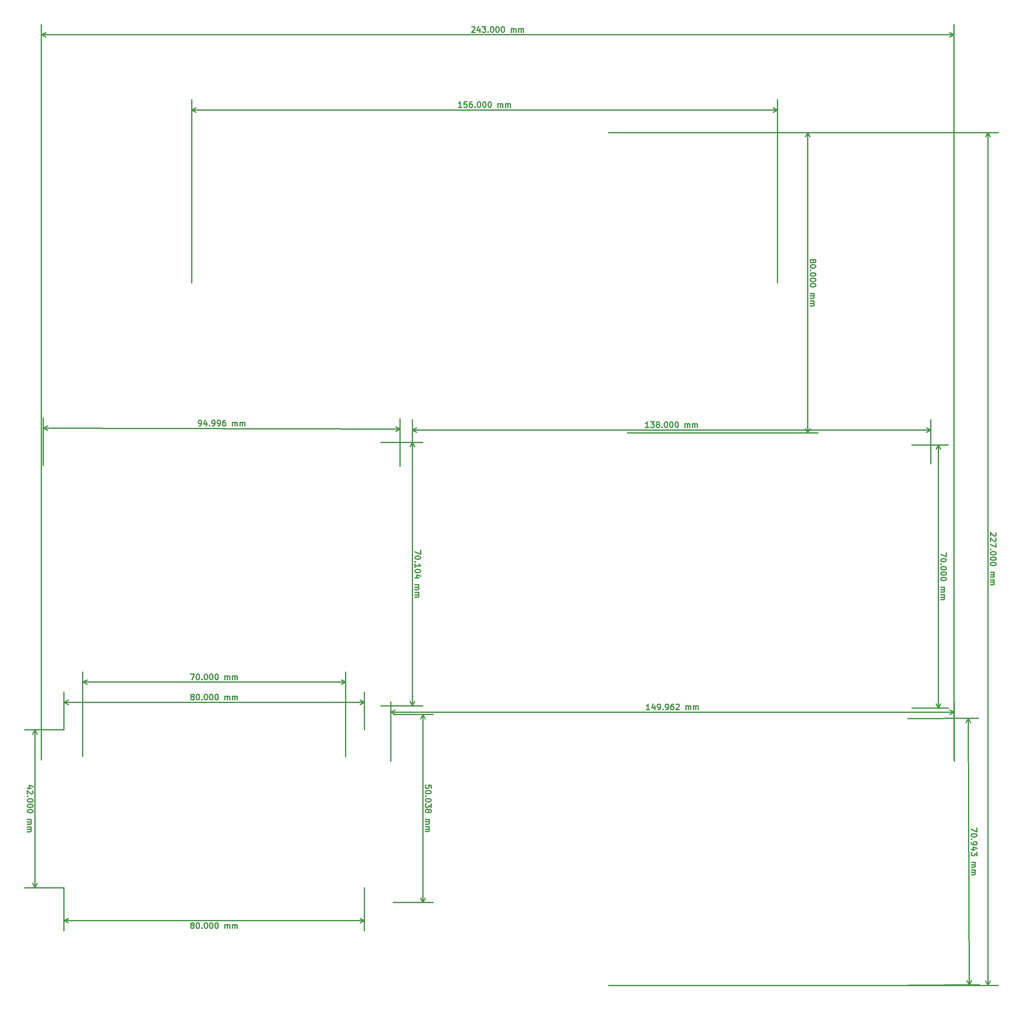
<source format=gbr>
G04 #@! TF.FileFunction,Drawing*
%FSLAX46Y46*%
G04 Gerber Fmt 4.6, Leading zero omitted, Abs format (unit mm)*
G04 Created by KiCad (PCBNEW 4.0.6) date 2017 August 14, Monday 14:56:33*
%MOMM*%
%LPD*%
G01*
G04 APERTURE LIST*
%ADD10C,0.100000*%
%ADD11C,0.300000*%
G04 APERTURE END LIST*
D10*
D11*
X128571430Y96028571D02*
X128642859Y96100000D01*
X128785716Y96171429D01*
X129142859Y96171429D01*
X129285716Y96100000D01*
X129357145Y96028571D01*
X129428573Y95885714D01*
X129428573Y95742857D01*
X129357145Y95528571D01*
X128500002Y94671429D01*
X129428573Y94671429D01*
X130714287Y95671429D02*
X130714287Y94671429D01*
X130357144Y96242857D02*
X130000001Y95171429D01*
X130928573Y95171429D01*
X131357144Y96171429D02*
X132285715Y96171429D01*
X131785715Y95600000D01*
X132000001Y95600000D01*
X132142858Y95528571D01*
X132214287Y95457143D01*
X132285715Y95314286D01*
X132285715Y94957143D01*
X132214287Y94814286D01*
X132142858Y94742857D01*
X132000001Y94671429D01*
X131571429Y94671429D01*
X131428572Y94742857D01*
X131357144Y94814286D01*
X132928572Y94814286D02*
X133000000Y94742857D01*
X132928572Y94671429D01*
X132857143Y94742857D01*
X132928572Y94814286D01*
X132928572Y94671429D01*
X133928572Y96171429D02*
X134071429Y96171429D01*
X134214286Y96100000D01*
X134285715Y96028571D01*
X134357144Y95885714D01*
X134428572Y95600000D01*
X134428572Y95242857D01*
X134357144Y94957143D01*
X134285715Y94814286D01*
X134214286Y94742857D01*
X134071429Y94671429D01*
X133928572Y94671429D01*
X133785715Y94742857D01*
X133714286Y94814286D01*
X133642858Y94957143D01*
X133571429Y95242857D01*
X133571429Y95600000D01*
X133642858Y95885714D01*
X133714286Y96028571D01*
X133785715Y96100000D01*
X133928572Y96171429D01*
X135357143Y96171429D02*
X135500000Y96171429D01*
X135642857Y96100000D01*
X135714286Y96028571D01*
X135785715Y95885714D01*
X135857143Y95600000D01*
X135857143Y95242857D01*
X135785715Y94957143D01*
X135714286Y94814286D01*
X135642857Y94742857D01*
X135500000Y94671429D01*
X135357143Y94671429D01*
X135214286Y94742857D01*
X135142857Y94814286D01*
X135071429Y94957143D01*
X135000000Y95242857D01*
X135000000Y95600000D01*
X135071429Y95885714D01*
X135142857Y96028571D01*
X135214286Y96100000D01*
X135357143Y96171429D01*
X136785714Y96171429D02*
X136928571Y96171429D01*
X137071428Y96100000D01*
X137142857Y96028571D01*
X137214286Y95885714D01*
X137285714Y95600000D01*
X137285714Y95242857D01*
X137214286Y94957143D01*
X137142857Y94814286D01*
X137071428Y94742857D01*
X136928571Y94671429D01*
X136785714Y94671429D01*
X136642857Y94742857D01*
X136571428Y94814286D01*
X136500000Y94957143D01*
X136428571Y95242857D01*
X136428571Y95600000D01*
X136500000Y95885714D01*
X136571428Y96028571D01*
X136642857Y96100000D01*
X136785714Y96171429D01*
X139071428Y94671429D02*
X139071428Y95671429D01*
X139071428Y95528571D02*
X139142856Y95600000D01*
X139285714Y95671429D01*
X139499999Y95671429D01*
X139642856Y95600000D01*
X139714285Y95457143D01*
X139714285Y94671429D01*
X139714285Y95457143D02*
X139785714Y95600000D01*
X139928571Y95671429D01*
X140142856Y95671429D01*
X140285714Y95600000D01*
X140357142Y95457143D01*
X140357142Y94671429D01*
X141071428Y94671429D02*
X141071428Y95671429D01*
X141071428Y95528571D02*
X141142856Y95600000D01*
X141285714Y95671429D01*
X141499999Y95671429D01*
X141642856Y95600000D01*
X141714285Y95457143D01*
X141714285Y94671429D01*
X141714285Y95457143D02*
X141785714Y95600000D01*
X141928571Y95671429D01*
X142142856Y95671429D01*
X142285714Y95600000D01*
X142357142Y95457143D01*
X142357142Y94671429D01*
X257000000Y94000000D02*
X14000000Y94000000D01*
X257000000Y-99000000D02*
X257000000Y96700000D01*
X14000000Y-99000000D02*
X14000000Y96700000D01*
X14000000Y94000000D02*
X15126504Y94586421D01*
X14000000Y94000000D02*
X15126504Y93413579D01*
X257000000Y94000000D02*
X255873496Y94586421D01*
X257000000Y94000000D02*
X255873496Y93413579D01*
X268028571Y-38571430D02*
X268100000Y-38642859D01*
X268171429Y-38785716D01*
X268171429Y-39142859D01*
X268100000Y-39285716D01*
X268028571Y-39357145D01*
X267885714Y-39428573D01*
X267742857Y-39428573D01*
X267528571Y-39357145D01*
X266671429Y-38500002D01*
X266671429Y-39428573D01*
X268028571Y-40000001D02*
X268100000Y-40071430D01*
X268171429Y-40214287D01*
X268171429Y-40571430D01*
X268100000Y-40714287D01*
X268028571Y-40785716D01*
X267885714Y-40857144D01*
X267742857Y-40857144D01*
X267528571Y-40785716D01*
X266671429Y-39928573D01*
X266671429Y-40857144D01*
X268171429Y-41357144D02*
X268171429Y-42357144D01*
X266671429Y-41714287D01*
X266814286Y-42928572D02*
X266742857Y-43000000D01*
X266671429Y-42928572D01*
X266742857Y-42857143D01*
X266814286Y-42928572D01*
X266671429Y-42928572D01*
X268171429Y-43928572D02*
X268171429Y-44071429D01*
X268100000Y-44214286D01*
X268028571Y-44285715D01*
X267885714Y-44357144D01*
X267600000Y-44428572D01*
X267242857Y-44428572D01*
X266957143Y-44357144D01*
X266814286Y-44285715D01*
X266742857Y-44214286D01*
X266671429Y-44071429D01*
X266671429Y-43928572D01*
X266742857Y-43785715D01*
X266814286Y-43714286D01*
X266957143Y-43642858D01*
X267242857Y-43571429D01*
X267600000Y-43571429D01*
X267885714Y-43642858D01*
X268028571Y-43714286D01*
X268100000Y-43785715D01*
X268171429Y-43928572D01*
X268171429Y-45357143D02*
X268171429Y-45500000D01*
X268100000Y-45642857D01*
X268028571Y-45714286D01*
X267885714Y-45785715D01*
X267600000Y-45857143D01*
X267242857Y-45857143D01*
X266957143Y-45785715D01*
X266814286Y-45714286D01*
X266742857Y-45642857D01*
X266671429Y-45500000D01*
X266671429Y-45357143D01*
X266742857Y-45214286D01*
X266814286Y-45142857D01*
X266957143Y-45071429D01*
X267242857Y-45000000D01*
X267600000Y-45000000D01*
X267885714Y-45071429D01*
X268028571Y-45142857D01*
X268100000Y-45214286D01*
X268171429Y-45357143D01*
X268171429Y-46785714D02*
X268171429Y-46928571D01*
X268100000Y-47071428D01*
X268028571Y-47142857D01*
X267885714Y-47214286D01*
X267600000Y-47285714D01*
X267242857Y-47285714D01*
X266957143Y-47214286D01*
X266814286Y-47142857D01*
X266742857Y-47071428D01*
X266671429Y-46928571D01*
X266671429Y-46785714D01*
X266742857Y-46642857D01*
X266814286Y-46571428D01*
X266957143Y-46500000D01*
X267242857Y-46428571D01*
X267600000Y-46428571D01*
X267885714Y-46500000D01*
X268028571Y-46571428D01*
X268100000Y-46642857D01*
X268171429Y-46785714D01*
X266671429Y-49071428D02*
X267671429Y-49071428D01*
X267528571Y-49071428D02*
X267600000Y-49142856D01*
X267671429Y-49285714D01*
X267671429Y-49499999D01*
X267600000Y-49642856D01*
X267457143Y-49714285D01*
X266671429Y-49714285D01*
X267457143Y-49714285D02*
X267600000Y-49785714D01*
X267671429Y-49928571D01*
X267671429Y-50142856D01*
X267600000Y-50285714D01*
X267457143Y-50357142D01*
X266671429Y-50357142D01*
X266671429Y-51071428D02*
X267671429Y-51071428D01*
X267528571Y-51071428D02*
X267600000Y-51142856D01*
X267671429Y-51285714D01*
X267671429Y-51499999D01*
X267600000Y-51642856D01*
X267457143Y-51714285D01*
X266671429Y-51714285D01*
X267457143Y-51714285D02*
X267600000Y-51785714D01*
X267671429Y-51928571D01*
X267671429Y-52142856D01*
X267600000Y-52285714D01*
X267457143Y-52357142D01*
X266671429Y-52357142D01*
X266000000Y68000000D02*
X266000000Y-159000000D01*
X165000000Y68000000D02*
X268700000Y68000000D01*
X165000000Y-159000000D02*
X268700000Y-159000000D01*
X266000000Y-159000000D02*
X265413579Y-157873496D01*
X266000000Y-159000000D02*
X266586421Y-157873496D01*
X266000000Y68000000D02*
X265413579Y66873496D01*
X266000000Y68000000D02*
X266586421Y66873496D01*
X114947429Y-43244287D02*
X114947429Y-44244287D01*
X113447429Y-43601430D01*
X114947429Y-45101429D02*
X114947429Y-45244286D01*
X114876000Y-45387143D01*
X114804571Y-45458572D01*
X114661714Y-45530001D01*
X114376000Y-45601429D01*
X114018857Y-45601429D01*
X113733143Y-45530001D01*
X113590286Y-45458572D01*
X113518857Y-45387143D01*
X113447429Y-45244286D01*
X113447429Y-45101429D01*
X113518857Y-44958572D01*
X113590286Y-44887143D01*
X113733143Y-44815715D01*
X114018857Y-44744286D01*
X114376000Y-44744286D01*
X114661714Y-44815715D01*
X114804571Y-44887143D01*
X114876000Y-44958572D01*
X114947429Y-45101429D01*
X113590286Y-46244286D02*
X113518857Y-46315714D01*
X113447429Y-46244286D01*
X113518857Y-46172857D01*
X113590286Y-46244286D01*
X113447429Y-46244286D01*
X113447429Y-47744286D02*
X113447429Y-46887143D01*
X113447429Y-47315715D02*
X114947429Y-47315715D01*
X114733143Y-47172858D01*
X114590286Y-47030000D01*
X114518857Y-46887143D01*
X114947429Y-48672857D02*
X114947429Y-48815714D01*
X114876000Y-48958571D01*
X114804571Y-49030000D01*
X114661714Y-49101429D01*
X114376000Y-49172857D01*
X114018857Y-49172857D01*
X113733143Y-49101429D01*
X113590286Y-49030000D01*
X113518857Y-48958571D01*
X113447429Y-48815714D01*
X113447429Y-48672857D01*
X113518857Y-48530000D01*
X113590286Y-48458571D01*
X113733143Y-48387143D01*
X114018857Y-48315714D01*
X114376000Y-48315714D01*
X114661714Y-48387143D01*
X114804571Y-48458571D01*
X114876000Y-48530000D01*
X114947429Y-48672857D01*
X114447429Y-50458571D02*
X113447429Y-50458571D01*
X115018857Y-50101428D02*
X113947429Y-49744285D01*
X113947429Y-50672857D01*
X113447429Y-52387142D02*
X114447429Y-52387142D01*
X114304571Y-52387142D02*
X114376000Y-52458570D01*
X114447429Y-52601428D01*
X114447429Y-52815713D01*
X114376000Y-52958570D01*
X114233143Y-53029999D01*
X113447429Y-53029999D01*
X114233143Y-53029999D02*
X114376000Y-53101428D01*
X114447429Y-53244285D01*
X114447429Y-53458570D01*
X114376000Y-53601428D01*
X114233143Y-53672856D01*
X113447429Y-53672856D01*
X113447429Y-54387142D02*
X114447429Y-54387142D01*
X114304571Y-54387142D02*
X114376000Y-54458570D01*
X114447429Y-54601428D01*
X114447429Y-54815713D01*
X114376000Y-54958570D01*
X114233143Y-55029999D01*
X113447429Y-55029999D01*
X114233143Y-55029999D02*
X114376000Y-55101428D01*
X114447429Y-55244285D01*
X114447429Y-55458570D01*
X114376000Y-55601428D01*
X114233143Y-55672856D01*
X113447429Y-55672856D01*
X112776000Y-14478000D02*
X112776000Y-84582000D01*
X104394000Y-14478000D02*
X115476000Y-14478000D01*
X104394000Y-84582000D02*
X115476000Y-84582000D01*
X112776000Y-84582000D02*
X112189579Y-83455496D01*
X112776000Y-84582000D02*
X113362421Y-83455496D01*
X112776000Y-14478000D02*
X112189579Y-15604504D01*
X112776000Y-14478000D02*
X113362421Y-15604504D01*
X55932878Y-10106053D02*
X56218592Y-10106817D01*
X56361640Y-10035771D01*
X56433259Y-9964533D01*
X56576689Y-9750631D01*
X56648881Y-9465108D01*
X56650409Y-8893682D01*
X56579363Y-8750635D01*
X56508125Y-8679015D01*
X56365459Y-8607204D01*
X56079747Y-8606440D01*
X55936698Y-8677487D01*
X55865079Y-8748725D01*
X55793269Y-8891390D01*
X55792314Y-9248532D01*
X55863360Y-9391579D01*
X55934597Y-9463198D01*
X56077264Y-9535009D01*
X56362977Y-9535773D01*
X56506024Y-9464726D01*
X56577644Y-9393489D01*
X56649454Y-9250824D01*
X57935545Y-9111404D02*
X57932871Y-10111400D01*
X57579931Y-8539023D02*
X57219925Y-9609492D01*
X58148493Y-9611975D01*
X58718964Y-9970645D02*
X58790201Y-10042265D01*
X58718582Y-10113501D01*
X58647345Y-10041883D01*
X58718964Y-9970645D01*
X58718582Y-10113501D01*
X59504294Y-10115602D02*
X59790008Y-10116366D01*
X59933055Y-10045320D01*
X60004674Y-9974083D01*
X60148104Y-9760180D01*
X60220296Y-9474657D01*
X60221824Y-8903231D01*
X60150778Y-8760184D01*
X60079540Y-8688564D01*
X59936875Y-8616753D01*
X59651162Y-8615989D01*
X59508113Y-8687036D01*
X59436495Y-8758274D01*
X59364684Y-8900939D01*
X59363729Y-9258081D01*
X59434776Y-9401129D01*
X59506012Y-9472747D01*
X59648679Y-9544558D01*
X59934392Y-9545322D01*
X60077439Y-9474275D01*
X60149059Y-9403039D01*
X60220869Y-9260373D01*
X60932859Y-10119422D02*
X61218573Y-10120186D01*
X61361621Y-10049140D01*
X61433240Y-9977902D01*
X61576670Y-9764000D01*
X61648862Y-9478477D01*
X61650390Y-8907051D01*
X61579344Y-8764004D01*
X61508106Y-8692384D01*
X61365441Y-8620573D01*
X61079728Y-8619809D01*
X60936679Y-8690856D01*
X60865060Y-8762094D01*
X60793250Y-8904759D01*
X60792295Y-9261901D01*
X60863342Y-9404948D01*
X60934578Y-9476567D01*
X61077245Y-9548378D01*
X61362958Y-9549142D01*
X61506005Y-9478095D01*
X61577625Y-9406858D01*
X61649435Y-9264193D01*
X62936863Y-8624775D02*
X62651150Y-8624011D01*
X62508103Y-8695058D01*
X62436483Y-8766295D01*
X62293053Y-8980198D01*
X62220861Y-9265721D01*
X62219333Y-9837147D01*
X62290380Y-9980194D01*
X62361616Y-10051814D01*
X62504283Y-10123623D01*
X62789996Y-10124387D01*
X62933043Y-10053342D01*
X63004663Y-9982104D01*
X63076473Y-9839438D01*
X63077428Y-9482297D01*
X63006382Y-9339249D01*
X62935144Y-9267630D01*
X62792479Y-9195820D01*
X62506766Y-9195056D01*
X62363717Y-9266103D01*
X62292098Y-9337339D01*
X62220288Y-9480005D01*
X64861416Y-10129926D02*
X64864090Y-9129930D01*
X64863708Y-9272787D02*
X64935327Y-9201549D01*
X65078375Y-9130502D01*
X65292660Y-9131075D01*
X65435325Y-9202886D01*
X65506372Y-9345934D01*
X65504271Y-10131645D01*
X65506372Y-9345934D02*
X65578183Y-9203268D01*
X65721230Y-9132221D01*
X65935514Y-9132794D01*
X66078181Y-9204605D01*
X66149227Y-9347652D01*
X66147126Y-10133364D01*
X66861409Y-10135274D02*
X66864083Y-9135277D01*
X66863701Y-9278135D02*
X66935320Y-9206897D01*
X67078368Y-9135850D01*
X67292653Y-9136423D01*
X67435318Y-9208234D01*
X67506365Y-9351281D01*
X67504264Y-10136992D01*
X67506365Y-9351281D02*
X67578176Y-9208616D01*
X67721223Y-9137569D01*
X67935507Y-9138142D01*
X68078174Y-9209953D01*
X68149220Y-9353000D01*
X68147119Y-10138711D01*
X109500490Y-10920713D02*
X14504490Y-10666713D01*
X109474000Y-20828000D02*
X109507709Y-8220723D01*
X14478000Y-20574000D02*
X14511709Y-7966723D01*
X14504490Y-10666713D02*
X15632558Y-10083306D01*
X14504490Y-10666713D02*
X15629422Y-11256144D01*
X109500490Y-10920713D02*
X108375558Y-10331282D01*
X109500490Y-10920713D02*
X108372422Y-11504120D01*
X175709573Y-10524571D02*
X174852430Y-10524571D01*
X175281002Y-10524571D02*
X175281002Y-9024571D01*
X175138145Y-9238857D01*
X174995287Y-9381714D01*
X174852430Y-9453143D01*
X176209573Y-9024571D02*
X177138144Y-9024571D01*
X176638144Y-9596000D01*
X176852430Y-9596000D01*
X176995287Y-9667429D01*
X177066716Y-9738857D01*
X177138144Y-9881714D01*
X177138144Y-10238857D01*
X177066716Y-10381714D01*
X176995287Y-10453143D01*
X176852430Y-10524571D01*
X176423858Y-10524571D01*
X176281001Y-10453143D01*
X176209573Y-10381714D01*
X177995287Y-9667429D02*
X177852429Y-9596000D01*
X177781001Y-9524571D01*
X177709572Y-9381714D01*
X177709572Y-9310286D01*
X177781001Y-9167429D01*
X177852429Y-9096000D01*
X177995287Y-9024571D01*
X178281001Y-9024571D01*
X178423858Y-9096000D01*
X178495287Y-9167429D01*
X178566715Y-9310286D01*
X178566715Y-9381714D01*
X178495287Y-9524571D01*
X178423858Y-9596000D01*
X178281001Y-9667429D01*
X177995287Y-9667429D01*
X177852429Y-9738857D01*
X177781001Y-9810286D01*
X177709572Y-9953143D01*
X177709572Y-10238857D01*
X177781001Y-10381714D01*
X177852429Y-10453143D01*
X177995287Y-10524571D01*
X178281001Y-10524571D01*
X178423858Y-10453143D01*
X178495287Y-10381714D01*
X178566715Y-10238857D01*
X178566715Y-9953143D01*
X178495287Y-9810286D01*
X178423858Y-9738857D01*
X178281001Y-9667429D01*
X179209572Y-10381714D02*
X179281000Y-10453143D01*
X179209572Y-10524571D01*
X179138143Y-10453143D01*
X179209572Y-10381714D01*
X179209572Y-10524571D01*
X180209572Y-9024571D02*
X180352429Y-9024571D01*
X180495286Y-9096000D01*
X180566715Y-9167429D01*
X180638144Y-9310286D01*
X180709572Y-9596000D01*
X180709572Y-9953143D01*
X180638144Y-10238857D01*
X180566715Y-10381714D01*
X180495286Y-10453143D01*
X180352429Y-10524571D01*
X180209572Y-10524571D01*
X180066715Y-10453143D01*
X179995286Y-10381714D01*
X179923858Y-10238857D01*
X179852429Y-9953143D01*
X179852429Y-9596000D01*
X179923858Y-9310286D01*
X179995286Y-9167429D01*
X180066715Y-9096000D01*
X180209572Y-9024571D01*
X181638143Y-9024571D02*
X181781000Y-9024571D01*
X181923857Y-9096000D01*
X181995286Y-9167429D01*
X182066715Y-9310286D01*
X182138143Y-9596000D01*
X182138143Y-9953143D01*
X182066715Y-10238857D01*
X181995286Y-10381714D01*
X181923857Y-10453143D01*
X181781000Y-10524571D01*
X181638143Y-10524571D01*
X181495286Y-10453143D01*
X181423857Y-10381714D01*
X181352429Y-10238857D01*
X181281000Y-9953143D01*
X181281000Y-9596000D01*
X181352429Y-9310286D01*
X181423857Y-9167429D01*
X181495286Y-9096000D01*
X181638143Y-9024571D01*
X183066714Y-9024571D02*
X183209571Y-9024571D01*
X183352428Y-9096000D01*
X183423857Y-9167429D01*
X183495286Y-9310286D01*
X183566714Y-9596000D01*
X183566714Y-9953143D01*
X183495286Y-10238857D01*
X183423857Y-10381714D01*
X183352428Y-10453143D01*
X183209571Y-10524571D01*
X183066714Y-10524571D01*
X182923857Y-10453143D01*
X182852428Y-10381714D01*
X182781000Y-10238857D01*
X182709571Y-9953143D01*
X182709571Y-9596000D01*
X182781000Y-9310286D01*
X182852428Y-9167429D01*
X182923857Y-9096000D01*
X183066714Y-9024571D01*
X185352428Y-10524571D02*
X185352428Y-9524571D01*
X185352428Y-9667429D02*
X185423856Y-9596000D01*
X185566714Y-9524571D01*
X185780999Y-9524571D01*
X185923856Y-9596000D01*
X185995285Y-9738857D01*
X185995285Y-10524571D01*
X185995285Y-9738857D02*
X186066714Y-9596000D01*
X186209571Y-9524571D01*
X186423856Y-9524571D01*
X186566714Y-9596000D01*
X186638142Y-9738857D01*
X186638142Y-10524571D01*
X187352428Y-10524571D02*
X187352428Y-9524571D01*
X187352428Y-9667429D02*
X187423856Y-9596000D01*
X187566714Y-9524571D01*
X187780999Y-9524571D01*
X187923856Y-9596000D01*
X187995285Y-9738857D01*
X187995285Y-10524571D01*
X187995285Y-9738857D02*
X188066714Y-9596000D01*
X188209571Y-9524571D01*
X188423856Y-9524571D01*
X188566714Y-9596000D01*
X188638142Y-9738857D01*
X188638142Y-10524571D01*
X250781000Y-11196000D02*
X112781000Y-11196000D01*
X250781000Y-20196000D02*
X250781000Y-8496000D01*
X112781000Y-20196000D02*
X112781000Y-8496000D01*
X112781000Y-11196000D02*
X113907504Y-10609579D01*
X112781000Y-11196000D02*
X113907504Y-11782421D01*
X250781000Y-11196000D02*
X249654496Y-10609579D01*
X250781000Y-11196000D02*
X249654496Y-11782421D01*
X254952429Y-43910287D02*
X254952429Y-44910287D01*
X253452429Y-44267430D01*
X254952429Y-45767429D02*
X254952429Y-45910286D01*
X254881000Y-46053143D01*
X254809571Y-46124572D01*
X254666714Y-46196001D01*
X254381000Y-46267429D01*
X254023857Y-46267429D01*
X253738143Y-46196001D01*
X253595286Y-46124572D01*
X253523857Y-46053143D01*
X253452429Y-45910286D01*
X253452429Y-45767429D01*
X253523857Y-45624572D01*
X253595286Y-45553143D01*
X253738143Y-45481715D01*
X254023857Y-45410286D01*
X254381000Y-45410286D01*
X254666714Y-45481715D01*
X254809571Y-45553143D01*
X254881000Y-45624572D01*
X254952429Y-45767429D01*
X253595286Y-46910286D02*
X253523857Y-46981714D01*
X253452429Y-46910286D01*
X253523857Y-46838857D01*
X253595286Y-46910286D01*
X253452429Y-46910286D01*
X254952429Y-47910286D02*
X254952429Y-48053143D01*
X254881000Y-48196000D01*
X254809571Y-48267429D01*
X254666714Y-48338858D01*
X254381000Y-48410286D01*
X254023857Y-48410286D01*
X253738143Y-48338858D01*
X253595286Y-48267429D01*
X253523857Y-48196000D01*
X253452429Y-48053143D01*
X253452429Y-47910286D01*
X253523857Y-47767429D01*
X253595286Y-47696000D01*
X253738143Y-47624572D01*
X254023857Y-47553143D01*
X254381000Y-47553143D01*
X254666714Y-47624572D01*
X254809571Y-47696000D01*
X254881000Y-47767429D01*
X254952429Y-47910286D01*
X254952429Y-49338857D02*
X254952429Y-49481714D01*
X254881000Y-49624571D01*
X254809571Y-49696000D01*
X254666714Y-49767429D01*
X254381000Y-49838857D01*
X254023857Y-49838857D01*
X253738143Y-49767429D01*
X253595286Y-49696000D01*
X253523857Y-49624571D01*
X253452429Y-49481714D01*
X253452429Y-49338857D01*
X253523857Y-49196000D01*
X253595286Y-49124571D01*
X253738143Y-49053143D01*
X254023857Y-48981714D01*
X254381000Y-48981714D01*
X254666714Y-49053143D01*
X254809571Y-49124571D01*
X254881000Y-49196000D01*
X254952429Y-49338857D01*
X254952429Y-50767428D02*
X254952429Y-50910285D01*
X254881000Y-51053142D01*
X254809571Y-51124571D01*
X254666714Y-51196000D01*
X254381000Y-51267428D01*
X254023857Y-51267428D01*
X253738143Y-51196000D01*
X253595286Y-51124571D01*
X253523857Y-51053142D01*
X253452429Y-50910285D01*
X253452429Y-50767428D01*
X253523857Y-50624571D01*
X253595286Y-50553142D01*
X253738143Y-50481714D01*
X254023857Y-50410285D01*
X254381000Y-50410285D01*
X254666714Y-50481714D01*
X254809571Y-50553142D01*
X254881000Y-50624571D01*
X254952429Y-50767428D01*
X253452429Y-53053142D02*
X254452429Y-53053142D01*
X254309571Y-53053142D02*
X254381000Y-53124570D01*
X254452429Y-53267428D01*
X254452429Y-53481713D01*
X254381000Y-53624570D01*
X254238143Y-53695999D01*
X253452429Y-53695999D01*
X254238143Y-53695999D02*
X254381000Y-53767428D01*
X254452429Y-53910285D01*
X254452429Y-54124570D01*
X254381000Y-54267428D01*
X254238143Y-54338856D01*
X253452429Y-54338856D01*
X253452429Y-55053142D02*
X254452429Y-55053142D01*
X254309571Y-55053142D02*
X254381000Y-55124570D01*
X254452429Y-55267428D01*
X254452429Y-55481713D01*
X254381000Y-55624570D01*
X254238143Y-55695999D01*
X253452429Y-55695999D01*
X254238143Y-55695999D02*
X254381000Y-55767428D01*
X254452429Y-55910285D01*
X254452429Y-56124570D01*
X254381000Y-56267428D01*
X254238143Y-56338856D01*
X253452429Y-56338856D01*
X252781000Y-15196000D02*
X252781000Y-85196000D01*
X245781000Y-15196000D02*
X255481000Y-15196000D01*
X245781000Y-85196000D02*
X255481000Y-85196000D01*
X252781000Y-85196000D02*
X252194579Y-84069496D01*
X252781000Y-85196000D02*
X253367421Y-84069496D01*
X252781000Y-15196000D02*
X252194579Y-16322504D01*
X252781000Y-15196000D02*
X253367421Y-16322504D01*
X53714287Y-76128571D02*
X54714287Y-76128571D01*
X54071430Y-77628571D01*
X55571429Y-76128571D02*
X55714286Y-76128571D01*
X55857143Y-76200000D01*
X55928572Y-76271429D01*
X56000001Y-76414286D01*
X56071429Y-76700000D01*
X56071429Y-77057143D01*
X56000001Y-77342857D01*
X55928572Y-77485714D01*
X55857143Y-77557143D01*
X55714286Y-77628571D01*
X55571429Y-77628571D01*
X55428572Y-77557143D01*
X55357143Y-77485714D01*
X55285715Y-77342857D01*
X55214286Y-77057143D01*
X55214286Y-76700000D01*
X55285715Y-76414286D01*
X55357143Y-76271429D01*
X55428572Y-76200000D01*
X55571429Y-76128571D01*
X56714286Y-77485714D02*
X56785714Y-77557143D01*
X56714286Y-77628571D01*
X56642857Y-77557143D01*
X56714286Y-77485714D01*
X56714286Y-77628571D01*
X57714286Y-76128571D02*
X57857143Y-76128571D01*
X58000000Y-76200000D01*
X58071429Y-76271429D01*
X58142858Y-76414286D01*
X58214286Y-76700000D01*
X58214286Y-77057143D01*
X58142858Y-77342857D01*
X58071429Y-77485714D01*
X58000000Y-77557143D01*
X57857143Y-77628571D01*
X57714286Y-77628571D01*
X57571429Y-77557143D01*
X57500000Y-77485714D01*
X57428572Y-77342857D01*
X57357143Y-77057143D01*
X57357143Y-76700000D01*
X57428572Y-76414286D01*
X57500000Y-76271429D01*
X57571429Y-76200000D01*
X57714286Y-76128571D01*
X59142857Y-76128571D02*
X59285714Y-76128571D01*
X59428571Y-76200000D01*
X59500000Y-76271429D01*
X59571429Y-76414286D01*
X59642857Y-76700000D01*
X59642857Y-77057143D01*
X59571429Y-77342857D01*
X59500000Y-77485714D01*
X59428571Y-77557143D01*
X59285714Y-77628571D01*
X59142857Y-77628571D01*
X59000000Y-77557143D01*
X58928571Y-77485714D01*
X58857143Y-77342857D01*
X58785714Y-77057143D01*
X58785714Y-76700000D01*
X58857143Y-76414286D01*
X58928571Y-76271429D01*
X59000000Y-76200000D01*
X59142857Y-76128571D01*
X60571428Y-76128571D02*
X60714285Y-76128571D01*
X60857142Y-76200000D01*
X60928571Y-76271429D01*
X61000000Y-76414286D01*
X61071428Y-76700000D01*
X61071428Y-77057143D01*
X61000000Y-77342857D01*
X60928571Y-77485714D01*
X60857142Y-77557143D01*
X60714285Y-77628571D01*
X60571428Y-77628571D01*
X60428571Y-77557143D01*
X60357142Y-77485714D01*
X60285714Y-77342857D01*
X60214285Y-77057143D01*
X60214285Y-76700000D01*
X60285714Y-76414286D01*
X60357142Y-76271429D01*
X60428571Y-76200000D01*
X60571428Y-76128571D01*
X62857142Y-77628571D02*
X62857142Y-76628571D01*
X62857142Y-76771429D02*
X62928570Y-76700000D01*
X63071428Y-76628571D01*
X63285713Y-76628571D01*
X63428570Y-76700000D01*
X63499999Y-76842857D01*
X63499999Y-77628571D01*
X63499999Y-76842857D02*
X63571428Y-76700000D01*
X63714285Y-76628571D01*
X63928570Y-76628571D01*
X64071428Y-76700000D01*
X64142856Y-76842857D01*
X64142856Y-77628571D01*
X64857142Y-77628571D02*
X64857142Y-76628571D01*
X64857142Y-76771429D02*
X64928570Y-76700000D01*
X65071428Y-76628571D01*
X65285713Y-76628571D01*
X65428570Y-76700000D01*
X65499999Y-76842857D01*
X65499999Y-77628571D01*
X65499999Y-76842857D02*
X65571428Y-76700000D01*
X65714285Y-76628571D01*
X65928570Y-76628571D01*
X66071428Y-76700000D01*
X66142856Y-76842857D01*
X66142856Y-77628571D01*
X95000000Y-78300000D02*
X25000000Y-78300000D01*
X95000000Y-98100000D02*
X95000000Y-75600000D01*
X25000000Y-98100000D02*
X25000000Y-75600000D01*
X25000000Y-78300000D02*
X26126504Y-77713579D01*
X25000000Y-78300000D02*
X26126504Y-78886421D01*
X95000000Y-78300000D02*
X93873496Y-77713579D01*
X95000000Y-78300000D02*
X93873496Y-78886421D01*
X54071430Y-142971429D02*
X53928572Y-142900000D01*
X53857144Y-142828571D01*
X53785715Y-142685714D01*
X53785715Y-142614286D01*
X53857144Y-142471429D01*
X53928572Y-142400000D01*
X54071430Y-142328571D01*
X54357144Y-142328571D01*
X54500001Y-142400000D01*
X54571430Y-142471429D01*
X54642858Y-142614286D01*
X54642858Y-142685714D01*
X54571430Y-142828571D01*
X54500001Y-142900000D01*
X54357144Y-142971429D01*
X54071430Y-142971429D01*
X53928572Y-143042857D01*
X53857144Y-143114286D01*
X53785715Y-143257143D01*
X53785715Y-143542857D01*
X53857144Y-143685714D01*
X53928572Y-143757143D01*
X54071430Y-143828571D01*
X54357144Y-143828571D01*
X54500001Y-143757143D01*
X54571430Y-143685714D01*
X54642858Y-143542857D01*
X54642858Y-143257143D01*
X54571430Y-143114286D01*
X54500001Y-143042857D01*
X54357144Y-142971429D01*
X55571429Y-142328571D02*
X55714286Y-142328571D01*
X55857143Y-142400000D01*
X55928572Y-142471429D01*
X56000001Y-142614286D01*
X56071429Y-142900000D01*
X56071429Y-143257143D01*
X56000001Y-143542857D01*
X55928572Y-143685714D01*
X55857143Y-143757143D01*
X55714286Y-143828571D01*
X55571429Y-143828571D01*
X55428572Y-143757143D01*
X55357143Y-143685714D01*
X55285715Y-143542857D01*
X55214286Y-143257143D01*
X55214286Y-142900000D01*
X55285715Y-142614286D01*
X55357143Y-142471429D01*
X55428572Y-142400000D01*
X55571429Y-142328571D01*
X56714286Y-143685714D02*
X56785714Y-143757143D01*
X56714286Y-143828571D01*
X56642857Y-143757143D01*
X56714286Y-143685714D01*
X56714286Y-143828571D01*
X57714286Y-142328571D02*
X57857143Y-142328571D01*
X58000000Y-142400000D01*
X58071429Y-142471429D01*
X58142858Y-142614286D01*
X58214286Y-142900000D01*
X58214286Y-143257143D01*
X58142858Y-143542857D01*
X58071429Y-143685714D01*
X58000000Y-143757143D01*
X57857143Y-143828571D01*
X57714286Y-143828571D01*
X57571429Y-143757143D01*
X57500000Y-143685714D01*
X57428572Y-143542857D01*
X57357143Y-143257143D01*
X57357143Y-142900000D01*
X57428572Y-142614286D01*
X57500000Y-142471429D01*
X57571429Y-142400000D01*
X57714286Y-142328571D01*
X59142857Y-142328571D02*
X59285714Y-142328571D01*
X59428571Y-142400000D01*
X59500000Y-142471429D01*
X59571429Y-142614286D01*
X59642857Y-142900000D01*
X59642857Y-143257143D01*
X59571429Y-143542857D01*
X59500000Y-143685714D01*
X59428571Y-143757143D01*
X59285714Y-143828571D01*
X59142857Y-143828571D01*
X59000000Y-143757143D01*
X58928571Y-143685714D01*
X58857143Y-143542857D01*
X58785714Y-143257143D01*
X58785714Y-142900000D01*
X58857143Y-142614286D01*
X58928571Y-142471429D01*
X59000000Y-142400000D01*
X59142857Y-142328571D01*
X60571428Y-142328571D02*
X60714285Y-142328571D01*
X60857142Y-142400000D01*
X60928571Y-142471429D01*
X61000000Y-142614286D01*
X61071428Y-142900000D01*
X61071428Y-143257143D01*
X61000000Y-143542857D01*
X60928571Y-143685714D01*
X60857142Y-143757143D01*
X60714285Y-143828571D01*
X60571428Y-143828571D01*
X60428571Y-143757143D01*
X60357142Y-143685714D01*
X60285714Y-143542857D01*
X60214285Y-143257143D01*
X60214285Y-142900000D01*
X60285714Y-142614286D01*
X60357142Y-142471429D01*
X60428571Y-142400000D01*
X60571428Y-142328571D01*
X62857142Y-143828571D02*
X62857142Y-142828571D01*
X62857142Y-142971429D02*
X62928570Y-142900000D01*
X63071428Y-142828571D01*
X63285713Y-142828571D01*
X63428570Y-142900000D01*
X63499999Y-143042857D01*
X63499999Y-143828571D01*
X63499999Y-143042857D02*
X63571428Y-142900000D01*
X63714285Y-142828571D01*
X63928570Y-142828571D01*
X64071428Y-142900000D01*
X64142856Y-143042857D01*
X64142856Y-143828571D01*
X64857142Y-143828571D02*
X64857142Y-142828571D01*
X64857142Y-142971429D02*
X64928570Y-142900000D01*
X65071428Y-142828571D01*
X65285713Y-142828571D01*
X65428570Y-142900000D01*
X65499999Y-143042857D01*
X65499999Y-143828571D01*
X65499999Y-143042857D02*
X65571428Y-142900000D01*
X65714285Y-142828571D01*
X65928570Y-142828571D01*
X66071428Y-142900000D01*
X66142856Y-143042857D01*
X66142856Y-143828571D01*
X20000000Y-141800000D02*
X100000000Y-141800000D01*
X20000000Y-133000000D02*
X20000000Y-144500000D01*
X100000000Y-133000000D02*
X100000000Y-144500000D01*
X100000000Y-141800000D02*
X98873496Y-142386421D01*
X100000000Y-141800000D02*
X98873496Y-141213579D01*
X20000000Y-141800000D02*
X21126504Y-142386421D01*
X20000000Y-141800000D02*
X21126504Y-141213579D01*
X54071430Y-82171429D02*
X53928572Y-82100000D01*
X53857144Y-82028571D01*
X53785715Y-81885714D01*
X53785715Y-81814286D01*
X53857144Y-81671429D01*
X53928572Y-81600000D01*
X54071430Y-81528571D01*
X54357144Y-81528571D01*
X54500001Y-81600000D01*
X54571430Y-81671429D01*
X54642858Y-81814286D01*
X54642858Y-81885714D01*
X54571430Y-82028571D01*
X54500001Y-82100000D01*
X54357144Y-82171429D01*
X54071430Y-82171429D01*
X53928572Y-82242857D01*
X53857144Y-82314286D01*
X53785715Y-82457143D01*
X53785715Y-82742857D01*
X53857144Y-82885714D01*
X53928572Y-82957143D01*
X54071430Y-83028571D01*
X54357144Y-83028571D01*
X54500001Y-82957143D01*
X54571430Y-82885714D01*
X54642858Y-82742857D01*
X54642858Y-82457143D01*
X54571430Y-82314286D01*
X54500001Y-82242857D01*
X54357144Y-82171429D01*
X55571429Y-81528571D02*
X55714286Y-81528571D01*
X55857143Y-81600000D01*
X55928572Y-81671429D01*
X56000001Y-81814286D01*
X56071429Y-82100000D01*
X56071429Y-82457143D01*
X56000001Y-82742857D01*
X55928572Y-82885714D01*
X55857143Y-82957143D01*
X55714286Y-83028571D01*
X55571429Y-83028571D01*
X55428572Y-82957143D01*
X55357143Y-82885714D01*
X55285715Y-82742857D01*
X55214286Y-82457143D01*
X55214286Y-82100000D01*
X55285715Y-81814286D01*
X55357143Y-81671429D01*
X55428572Y-81600000D01*
X55571429Y-81528571D01*
X56714286Y-82885714D02*
X56785714Y-82957143D01*
X56714286Y-83028571D01*
X56642857Y-82957143D01*
X56714286Y-82885714D01*
X56714286Y-83028571D01*
X57714286Y-81528571D02*
X57857143Y-81528571D01*
X58000000Y-81600000D01*
X58071429Y-81671429D01*
X58142858Y-81814286D01*
X58214286Y-82100000D01*
X58214286Y-82457143D01*
X58142858Y-82742857D01*
X58071429Y-82885714D01*
X58000000Y-82957143D01*
X57857143Y-83028571D01*
X57714286Y-83028571D01*
X57571429Y-82957143D01*
X57500000Y-82885714D01*
X57428572Y-82742857D01*
X57357143Y-82457143D01*
X57357143Y-82100000D01*
X57428572Y-81814286D01*
X57500000Y-81671429D01*
X57571429Y-81600000D01*
X57714286Y-81528571D01*
X59142857Y-81528571D02*
X59285714Y-81528571D01*
X59428571Y-81600000D01*
X59500000Y-81671429D01*
X59571429Y-81814286D01*
X59642857Y-82100000D01*
X59642857Y-82457143D01*
X59571429Y-82742857D01*
X59500000Y-82885714D01*
X59428571Y-82957143D01*
X59285714Y-83028571D01*
X59142857Y-83028571D01*
X59000000Y-82957143D01*
X58928571Y-82885714D01*
X58857143Y-82742857D01*
X58785714Y-82457143D01*
X58785714Y-82100000D01*
X58857143Y-81814286D01*
X58928571Y-81671429D01*
X59000000Y-81600000D01*
X59142857Y-81528571D01*
X60571428Y-81528571D02*
X60714285Y-81528571D01*
X60857142Y-81600000D01*
X60928571Y-81671429D01*
X61000000Y-81814286D01*
X61071428Y-82100000D01*
X61071428Y-82457143D01*
X61000000Y-82742857D01*
X60928571Y-82885714D01*
X60857142Y-82957143D01*
X60714285Y-83028571D01*
X60571428Y-83028571D01*
X60428571Y-82957143D01*
X60357142Y-82885714D01*
X60285714Y-82742857D01*
X60214285Y-82457143D01*
X60214285Y-82100000D01*
X60285714Y-81814286D01*
X60357142Y-81671429D01*
X60428571Y-81600000D01*
X60571428Y-81528571D01*
X62857142Y-83028571D02*
X62857142Y-82028571D01*
X62857142Y-82171429D02*
X62928570Y-82100000D01*
X63071428Y-82028571D01*
X63285713Y-82028571D01*
X63428570Y-82100000D01*
X63499999Y-82242857D01*
X63499999Y-83028571D01*
X63499999Y-82242857D02*
X63571428Y-82100000D01*
X63714285Y-82028571D01*
X63928570Y-82028571D01*
X64071428Y-82100000D01*
X64142856Y-82242857D01*
X64142856Y-83028571D01*
X64857142Y-83028571D02*
X64857142Y-82028571D01*
X64857142Y-82171429D02*
X64928570Y-82100000D01*
X65071428Y-82028571D01*
X65285713Y-82028571D01*
X65428570Y-82100000D01*
X65499999Y-82242857D01*
X65499999Y-83028571D01*
X65499999Y-82242857D02*
X65571428Y-82100000D01*
X65714285Y-82028571D01*
X65928570Y-82028571D01*
X66071428Y-82100000D01*
X66142856Y-82242857D01*
X66142856Y-83028571D01*
X20000000Y-83700000D02*
X100000000Y-83700000D01*
X20000000Y-91000000D02*
X20000000Y-81000000D01*
X100000000Y-91000000D02*
X100000000Y-81000000D01*
X100000000Y-83700000D02*
X98873496Y-84286421D01*
X100000000Y-83700000D02*
X98873496Y-83113579D01*
X20000000Y-83700000D02*
X21126504Y-84286421D01*
X20000000Y-83700000D02*
X21126504Y-83113579D01*
X11271429Y-106500001D02*
X10271429Y-106500001D01*
X11842857Y-106142858D02*
X10771429Y-105785715D01*
X10771429Y-106714287D01*
X11628571Y-107214286D02*
X11700000Y-107285715D01*
X11771429Y-107428572D01*
X11771429Y-107785715D01*
X11700000Y-107928572D01*
X11628571Y-108000001D01*
X11485714Y-108071429D01*
X11342857Y-108071429D01*
X11128571Y-108000001D01*
X10271429Y-107142858D01*
X10271429Y-108071429D01*
X10414286Y-108714286D02*
X10342857Y-108785714D01*
X10271429Y-108714286D01*
X10342857Y-108642857D01*
X10414286Y-108714286D01*
X10271429Y-108714286D01*
X11771429Y-109714286D02*
X11771429Y-109857143D01*
X11700000Y-110000000D01*
X11628571Y-110071429D01*
X11485714Y-110142858D01*
X11200000Y-110214286D01*
X10842857Y-110214286D01*
X10557143Y-110142858D01*
X10414286Y-110071429D01*
X10342857Y-110000000D01*
X10271429Y-109857143D01*
X10271429Y-109714286D01*
X10342857Y-109571429D01*
X10414286Y-109500000D01*
X10557143Y-109428572D01*
X10842857Y-109357143D01*
X11200000Y-109357143D01*
X11485714Y-109428572D01*
X11628571Y-109500000D01*
X11700000Y-109571429D01*
X11771429Y-109714286D01*
X11771429Y-111142857D02*
X11771429Y-111285714D01*
X11700000Y-111428571D01*
X11628571Y-111500000D01*
X11485714Y-111571429D01*
X11200000Y-111642857D01*
X10842857Y-111642857D01*
X10557143Y-111571429D01*
X10414286Y-111500000D01*
X10342857Y-111428571D01*
X10271429Y-111285714D01*
X10271429Y-111142857D01*
X10342857Y-111000000D01*
X10414286Y-110928571D01*
X10557143Y-110857143D01*
X10842857Y-110785714D01*
X11200000Y-110785714D01*
X11485714Y-110857143D01*
X11628571Y-110928571D01*
X11700000Y-111000000D01*
X11771429Y-111142857D01*
X11771429Y-112571428D02*
X11771429Y-112714285D01*
X11700000Y-112857142D01*
X11628571Y-112928571D01*
X11485714Y-113000000D01*
X11200000Y-113071428D01*
X10842857Y-113071428D01*
X10557143Y-113000000D01*
X10414286Y-112928571D01*
X10342857Y-112857142D01*
X10271429Y-112714285D01*
X10271429Y-112571428D01*
X10342857Y-112428571D01*
X10414286Y-112357142D01*
X10557143Y-112285714D01*
X10842857Y-112214285D01*
X11200000Y-112214285D01*
X11485714Y-112285714D01*
X11628571Y-112357142D01*
X11700000Y-112428571D01*
X11771429Y-112571428D01*
X10271429Y-114857142D02*
X11271429Y-114857142D01*
X11128571Y-114857142D02*
X11200000Y-114928570D01*
X11271429Y-115071428D01*
X11271429Y-115285713D01*
X11200000Y-115428570D01*
X11057143Y-115499999D01*
X10271429Y-115499999D01*
X11057143Y-115499999D02*
X11200000Y-115571428D01*
X11271429Y-115714285D01*
X11271429Y-115928570D01*
X11200000Y-116071428D01*
X11057143Y-116142856D01*
X10271429Y-116142856D01*
X10271429Y-116857142D02*
X11271429Y-116857142D01*
X11128571Y-116857142D02*
X11200000Y-116928570D01*
X11271429Y-117071428D01*
X11271429Y-117285713D01*
X11200000Y-117428570D01*
X11057143Y-117499999D01*
X10271429Y-117499999D01*
X11057143Y-117499999D02*
X11200000Y-117571428D01*
X11271429Y-117714285D01*
X11271429Y-117928570D01*
X11200000Y-118071428D01*
X11057143Y-118142856D01*
X10271429Y-118142856D01*
X12300000Y-91000000D02*
X12300000Y-133000000D01*
X20000000Y-91000000D02*
X9600000Y-91000000D01*
X20000000Y-133000000D02*
X9600000Y-133000000D01*
X12300000Y-133000000D02*
X11713579Y-131873496D01*
X12300000Y-133000000D02*
X12886421Y-131873496D01*
X12300000Y-91000000D02*
X11713579Y-92126504D01*
X12300000Y-91000000D02*
X12886421Y-92126504D01*
X117751429Y-106508430D02*
X117751429Y-105794144D01*
X117037143Y-105722715D01*
X117108571Y-105794144D01*
X117180000Y-105937001D01*
X117180000Y-106294144D01*
X117108571Y-106437001D01*
X117037143Y-106508430D01*
X116894286Y-106579858D01*
X116537143Y-106579858D01*
X116394286Y-106508430D01*
X116322857Y-106437001D01*
X116251429Y-106294144D01*
X116251429Y-105937001D01*
X116322857Y-105794144D01*
X116394286Y-105722715D01*
X117751429Y-107508429D02*
X117751429Y-107651286D01*
X117680000Y-107794143D01*
X117608571Y-107865572D01*
X117465714Y-107937001D01*
X117180000Y-108008429D01*
X116822857Y-108008429D01*
X116537143Y-107937001D01*
X116394286Y-107865572D01*
X116322857Y-107794143D01*
X116251429Y-107651286D01*
X116251429Y-107508429D01*
X116322857Y-107365572D01*
X116394286Y-107294143D01*
X116537143Y-107222715D01*
X116822857Y-107151286D01*
X117180000Y-107151286D01*
X117465714Y-107222715D01*
X117608571Y-107294143D01*
X117680000Y-107365572D01*
X117751429Y-107508429D01*
X116394286Y-108651286D02*
X116322857Y-108722714D01*
X116251429Y-108651286D01*
X116322857Y-108579857D01*
X116394286Y-108651286D01*
X116251429Y-108651286D01*
X117751429Y-109651286D02*
X117751429Y-109794143D01*
X117680000Y-109937000D01*
X117608571Y-110008429D01*
X117465714Y-110079858D01*
X117180000Y-110151286D01*
X116822857Y-110151286D01*
X116537143Y-110079858D01*
X116394286Y-110008429D01*
X116322857Y-109937000D01*
X116251429Y-109794143D01*
X116251429Y-109651286D01*
X116322857Y-109508429D01*
X116394286Y-109437000D01*
X116537143Y-109365572D01*
X116822857Y-109294143D01*
X117180000Y-109294143D01*
X117465714Y-109365572D01*
X117608571Y-109437000D01*
X117680000Y-109508429D01*
X117751429Y-109651286D01*
X117751429Y-110651286D02*
X117751429Y-111579857D01*
X117180000Y-111079857D01*
X117180000Y-111294143D01*
X117108571Y-111437000D01*
X117037143Y-111508429D01*
X116894286Y-111579857D01*
X116537143Y-111579857D01*
X116394286Y-111508429D01*
X116322857Y-111437000D01*
X116251429Y-111294143D01*
X116251429Y-110865571D01*
X116322857Y-110722714D01*
X116394286Y-110651286D01*
X117108571Y-112437000D02*
X117180000Y-112294142D01*
X117251429Y-112222714D01*
X117394286Y-112151285D01*
X117465714Y-112151285D01*
X117608571Y-112222714D01*
X117680000Y-112294142D01*
X117751429Y-112437000D01*
X117751429Y-112722714D01*
X117680000Y-112865571D01*
X117608571Y-112937000D01*
X117465714Y-113008428D01*
X117394286Y-113008428D01*
X117251429Y-112937000D01*
X117180000Y-112865571D01*
X117108571Y-112722714D01*
X117108571Y-112437000D01*
X117037143Y-112294142D01*
X116965714Y-112222714D01*
X116822857Y-112151285D01*
X116537143Y-112151285D01*
X116394286Y-112222714D01*
X116322857Y-112294142D01*
X116251429Y-112437000D01*
X116251429Y-112722714D01*
X116322857Y-112865571D01*
X116394286Y-112937000D01*
X116537143Y-113008428D01*
X116822857Y-113008428D01*
X116965714Y-112937000D01*
X117037143Y-112865571D01*
X117108571Y-112722714D01*
X116251429Y-114794142D02*
X117251429Y-114794142D01*
X117108571Y-114794142D02*
X117180000Y-114865570D01*
X117251429Y-115008428D01*
X117251429Y-115222713D01*
X117180000Y-115365570D01*
X117037143Y-115436999D01*
X116251429Y-115436999D01*
X117037143Y-115436999D02*
X117180000Y-115508428D01*
X117251429Y-115651285D01*
X117251429Y-115865570D01*
X117180000Y-116008428D01*
X117037143Y-116079856D01*
X116251429Y-116079856D01*
X116251429Y-116794142D02*
X117251429Y-116794142D01*
X117108571Y-116794142D02*
X117180000Y-116865570D01*
X117251429Y-117008428D01*
X117251429Y-117222713D01*
X117180000Y-117365570D01*
X117037143Y-117436999D01*
X116251429Y-117436999D01*
X117037143Y-117436999D02*
X117180000Y-117508428D01*
X117251429Y-117651285D01*
X117251429Y-117865570D01*
X117180000Y-118008428D01*
X117037143Y-118079856D01*
X116251429Y-118079856D01*
X115580000Y-86918000D02*
X115580000Y-136956000D01*
X107706000Y-86918000D02*
X118280000Y-86918000D01*
X107706000Y-136956000D02*
X118280000Y-136956000D01*
X115580000Y-136956000D02*
X114993579Y-135829496D01*
X115580000Y-136956000D02*
X116166421Y-135829496D01*
X115580000Y-86918000D02*
X114993579Y-88044504D01*
X115580000Y-86918000D02*
X116166421Y-88044504D01*
X263063487Y-117118577D02*
X263067067Y-118118571D01*
X261564775Y-117481089D01*
X263070136Y-118975707D02*
X263070647Y-119118563D01*
X262999730Y-119261675D01*
X262928557Y-119333360D01*
X262785957Y-119405300D01*
X262500501Y-119477750D01*
X262143360Y-119479029D01*
X261857392Y-119408624D01*
X261714280Y-119337707D01*
X261642596Y-119266534D01*
X261570657Y-119123934D01*
X261570145Y-118981078D01*
X261641062Y-118837966D01*
X261712234Y-118766282D01*
X261854835Y-118694343D01*
X262140291Y-118621891D01*
X262497432Y-118620613D01*
X262783400Y-118691018D01*
X262926512Y-118761934D01*
X262998196Y-118833107D01*
X263070136Y-118975707D01*
X261717093Y-120123416D02*
X261645921Y-120195099D01*
X261574237Y-120123928D01*
X261645409Y-120052243D01*
X261717093Y-120123416D01*
X261574237Y-120123928D01*
X261577050Y-120909637D02*
X261578073Y-121195350D01*
X261650012Y-121337950D01*
X261721697Y-121409122D01*
X261936492Y-121551212D01*
X262222461Y-121621616D01*
X262793885Y-121619570D01*
X262936485Y-121547631D01*
X263007658Y-121475947D01*
X263078575Y-121332835D01*
X263077552Y-121047123D01*
X263005612Y-120904522D01*
X262933928Y-120833350D01*
X262790816Y-120762433D01*
X262433675Y-120763712D01*
X262291075Y-120835652D01*
X262219903Y-120907335D01*
X262148986Y-121050448D01*
X262150009Y-121336160D01*
X262221949Y-121478760D01*
X262293633Y-121549933D01*
X262436744Y-121620849D01*
X262584205Y-122906043D02*
X261584211Y-122909624D01*
X263154350Y-122546857D02*
X262081651Y-122193552D01*
X262084975Y-123122118D01*
X263086503Y-123547106D02*
X263089828Y-124475671D01*
X262516612Y-123977720D01*
X262517380Y-124192005D01*
X262446462Y-124335117D01*
X262375291Y-124406801D01*
X262232690Y-124478740D01*
X261875550Y-124480019D01*
X261732438Y-124409103D01*
X261660754Y-124337930D01*
X261588814Y-124195329D01*
X261587280Y-123766760D01*
X261658196Y-123623648D01*
X261729369Y-123551965D01*
X261596231Y-126266744D02*
X262596225Y-126263164D01*
X262453367Y-126263675D02*
X262525052Y-126334847D01*
X262596992Y-126477448D01*
X262597759Y-126691732D01*
X262526842Y-126834844D01*
X262384242Y-126906784D01*
X261598533Y-126909597D01*
X262384242Y-126906784D02*
X262527353Y-126977701D01*
X262599293Y-127120301D01*
X262600061Y-127334585D01*
X262529144Y-127477698D01*
X262386543Y-127549637D01*
X261600834Y-127552450D01*
X261603392Y-128266731D02*
X262603385Y-128263151D01*
X262460528Y-128263663D02*
X262532212Y-128334834D01*
X262604152Y-128477436D01*
X262604920Y-128691719D01*
X262534003Y-128834831D01*
X262391402Y-128906771D01*
X261605693Y-128909584D01*
X262391402Y-128906771D02*
X262534514Y-128977688D01*
X262606454Y-129120289D01*
X262607221Y-129334572D01*
X262536304Y-129477685D01*
X262393704Y-129549624D01*
X261607995Y-129552437D01*
X260787577Y-87940925D02*
X261041577Y-158883125D01*
X244679000Y-87998600D02*
X263487560Y-87931258D01*
X244933000Y-158940800D02*
X263741560Y-158873458D01*
X261041577Y-158883125D02*
X260451127Y-157758728D01*
X261041577Y-158883125D02*
X261623961Y-157754529D01*
X260787577Y-87940925D02*
X260205193Y-89069521D01*
X260787577Y-87940925D02*
X261378027Y-89065322D01*
X175971173Y-85650772D02*
X175114030Y-85650772D01*
X175542602Y-85650772D02*
X175542602Y-84150772D01*
X175399745Y-84365058D01*
X175256887Y-84507915D01*
X175114030Y-84579344D01*
X177256887Y-84650772D02*
X177256887Y-85650772D01*
X176899744Y-84079344D02*
X176542601Y-85150772D01*
X177471173Y-85150772D01*
X178114029Y-85650772D02*
X178399744Y-85650772D01*
X178542601Y-85579344D01*
X178614029Y-85507915D01*
X178756887Y-85293630D01*
X178828315Y-85007915D01*
X178828315Y-84436487D01*
X178756887Y-84293630D01*
X178685458Y-84222201D01*
X178542601Y-84150772D01*
X178256887Y-84150772D01*
X178114029Y-84222201D01*
X178042601Y-84293630D01*
X177971172Y-84436487D01*
X177971172Y-84793630D01*
X178042601Y-84936487D01*
X178114029Y-85007915D01*
X178256887Y-85079344D01*
X178542601Y-85079344D01*
X178685458Y-85007915D01*
X178756887Y-84936487D01*
X178828315Y-84793630D01*
X179471172Y-85507915D02*
X179542600Y-85579344D01*
X179471172Y-85650772D01*
X179399743Y-85579344D01*
X179471172Y-85507915D01*
X179471172Y-85650772D01*
X180256886Y-85650772D02*
X180542601Y-85650772D01*
X180685458Y-85579344D01*
X180756886Y-85507915D01*
X180899744Y-85293630D01*
X180971172Y-85007915D01*
X180971172Y-84436487D01*
X180899744Y-84293630D01*
X180828315Y-84222201D01*
X180685458Y-84150772D01*
X180399744Y-84150772D01*
X180256886Y-84222201D01*
X180185458Y-84293630D01*
X180114029Y-84436487D01*
X180114029Y-84793630D01*
X180185458Y-84936487D01*
X180256886Y-85007915D01*
X180399744Y-85079344D01*
X180685458Y-85079344D01*
X180828315Y-85007915D01*
X180899744Y-84936487D01*
X180971172Y-84793630D01*
X182256886Y-84150772D02*
X181971172Y-84150772D01*
X181828315Y-84222201D01*
X181756886Y-84293630D01*
X181614029Y-84507915D01*
X181542600Y-84793630D01*
X181542600Y-85365058D01*
X181614029Y-85507915D01*
X181685457Y-85579344D01*
X181828315Y-85650772D01*
X182114029Y-85650772D01*
X182256886Y-85579344D01*
X182328315Y-85507915D01*
X182399743Y-85365058D01*
X182399743Y-85007915D01*
X182328315Y-84865058D01*
X182256886Y-84793630D01*
X182114029Y-84722201D01*
X181828315Y-84722201D01*
X181685457Y-84793630D01*
X181614029Y-84865058D01*
X181542600Y-85007915D01*
X182971171Y-84293630D02*
X183042600Y-84222201D01*
X183185457Y-84150772D01*
X183542600Y-84150772D01*
X183685457Y-84222201D01*
X183756886Y-84293630D01*
X183828314Y-84436487D01*
X183828314Y-84579344D01*
X183756886Y-84793630D01*
X182899743Y-85650772D01*
X183828314Y-85650772D01*
X185614028Y-85650772D02*
X185614028Y-84650772D01*
X185614028Y-84793630D02*
X185685456Y-84722201D01*
X185828314Y-84650772D01*
X186042599Y-84650772D01*
X186185456Y-84722201D01*
X186256885Y-84865058D01*
X186256885Y-85650772D01*
X186256885Y-84865058D02*
X186328314Y-84722201D01*
X186471171Y-84650772D01*
X186685456Y-84650772D01*
X186828314Y-84722201D01*
X186899742Y-84865058D01*
X186899742Y-85650772D01*
X187614028Y-85650772D02*
X187614028Y-84650772D01*
X187614028Y-84793630D02*
X187685456Y-84722201D01*
X187828314Y-84650772D01*
X188042599Y-84650772D01*
X188185456Y-84722201D01*
X188256885Y-84865058D01*
X188256885Y-85650772D01*
X188256885Y-84865058D02*
X188328314Y-84722201D01*
X188471171Y-84650772D01*
X188685456Y-84650772D01*
X188828314Y-84722201D01*
X188899742Y-84865058D01*
X188899742Y-85650772D01*
X257023400Y-86322201D02*
X107061800Y-86322201D01*
X257023400Y-99352400D02*
X257023400Y-83622201D01*
X107061800Y-99352400D02*
X107061800Y-83622201D01*
X107061800Y-86322201D02*
X108188304Y-85735780D01*
X107061800Y-86322201D02*
X108188304Y-86908622D01*
X257023400Y-86322201D02*
X255896896Y-85735780D01*
X257023400Y-86322201D02*
X255896896Y-86908622D01*
X125928573Y74671429D02*
X125071430Y74671429D01*
X125500002Y74671429D02*
X125500002Y76171429D01*
X125357145Y75957143D01*
X125214287Y75814286D01*
X125071430Y75742857D01*
X127285716Y76171429D02*
X126571430Y76171429D01*
X126500001Y75457143D01*
X126571430Y75528571D01*
X126714287Y75600000D01*
X127071430Y75600000D01*
X127214287Y75528571D01*
X127285716Y75457143D01*
X127357144Y75314286D01*
X127357144Y74957143D01*
X127285716Y74814286D01*
X127214287Y74742857D01*
X127071430Y74671429D01*
X126714287Y74671429D01*
X126571430Y74742857D01*
X126500001Y74814286D01*
X128642858Y76171429D02*
X128357144Y76171429D01*
X128214287Y76100000D01*
X128142858Y76028571D01*
X128000001Y75814286D01*
X127928572Y75528571D01*
X127928572Y74957143D01*
X128000001Y74814286D01*
X128071429Y74742857D01*
X128214287Y74671429D01*
X128500001Y74671429D01*
X128642858Y74742857D01*
X128714287Y74814286D01*
X128785715Y74957143D01*
X128785715Y75314286D01*
X128714287Y75457143D01*
X128642858Y75528571D01*
X128500001Y75600000D01*
X128214287Y75600000D01*
X128071429Y75528571D01*
X128000001Y75457143D01*
X127928572Y75314286D01*
X129428572Y74814286D02*
X129500000Y74742857D01*
X129428572Y74671429D01*
X129357143Y74742857D01*
X129428572Y74814286D01*
X129428572Y74671429D01*
X130428572Y76171429D02*
X130571429Y76171429D01*
X130714286Y76100000D01*
X130785715Y76028571D01*
X130857144Y75885714D01*
X130928572Y75600000D01*
X130928572Y75242857D01*
X130857144Y74957143D01*
X130785715Y74814286D01*
X130714286Y74742857D01*
X130571429Y74671429D01*
X130428572Y74671429D01*
X130285715Y74742857D01*
X130214286Y74814286D01*
X130142858Y74957143D01*
X130071429Y75242857D01*
X130071429Y75600000D01*
X130142858Y75885714D01*
X130214286Y76028571D01*
X130285715Y76100000D01*
X130428572Y76171429D01*
X131857143Y76171429D02*
X132000000Y76171429D01*
X132142857Y76100000D01*
X132214286Y76028571D01*
X132285715Y75885714D01*
X132357143Y75600000D01*
X132357143Y75242857D01*
X132285715Y74957143D01*
X132214286Y74814286D01*
X132142857Y74742857D01*
X132000000Y74671429D01*
X131857143Y74671429D01*
X131714286Y74742857D01*
X131642857Y74814286D01*
X131571429Y74957143D01*
X131500000Y75242857D01*
X131500000Y75600000D01*
X131571429Y75885714D01*
X131642857Y76028571D01*
X131714286Y76100000D01*
X131857143Y76171429D01*
X133285714Y76171429D02*
X133428571Y76171429D01*
X133571428Y76100000D01*
X133642857Y76028571D01*
X133714286Y75885714D01*
X133785714Y75600000D01*
X133785714Y75242857D01*
X133714286Y74957143D01*
X133642857Y74814286D01*
X133571428Y74742857D01*
X133428571Y74671429D01*
X133285714Y74671429D01*
X133142857Y74742857D01*
X133071428Y74814286D01*
X133000000Y74957143D01*
X132928571Y75242857D01*
X132928571Y75600000D01*
X133000000Y75885714D01*
X133071428Y76028571D01*
X133142857Y76100000D01*
X133285714Y76171429D01*
X135571428Y74671429D02*
X135571428Y75671429D01*
X135571428Y75528571D02*
X135642856Y75600000D01*
X135785714Y75671429D01*
X135999999Y75671429D01*
X136142856Y75600000D01*
X136214285Y75457143D01*
X136214285Y74671429D01*
X136214285Y75457143D02*
X136285714Y75600000D01*
X136428571Y75671429D01*
X136642856Y75671429D01*
X136785714Y75600000D01*
X136857142Y75457143D01*
X136857142Y74671429D01*
X137571428Y74671429D02*
X137571428Y75671429D01*
X137571428Y75528571D02*
X137642856Y75600000D01*
X137785714Y75671429D01*
X137999999Y75671429D01*
X138142856Y75600000D01*
X138214285Y75457143D01*
X138214285Y74671429D01*
X138214285Y75457143D02*
X138285714Y75600000D01*
X138428571Y75671429D01*
X138642856Y75671429D01*
X138785714Y75600000D01*
X138857142Y75457143D01*
X138857142Y74671429D01*
X210000000Y74000000D02*
X54000000Y74000000D01*
X210000000Y28000000D02*
X210000000Y76700000D01*
X54000000Y28000000D02*
X54000000Y76700000D01*
X54000000Y74000000D02*
X55126504Y74586421D01*
X54000000Y74000000D02*
X55126504Y73413579D01*
X210000000Y74000000D02*
X208873496Y74586421D01*
X210000000Y74000000D02*
X208873496Y73413579D01*
X219528571Y33928570D02*
X219600000Y34071428D01*
X219671429Y34142856D01*
X219814286Y34214285D01*
X219885714Y34214285D01*
X220028571Y34142856D01*
X220100000Y34071428D01*
X220171429Y33928570D01*
X220171429Y33642856D01*
X220100000Y33499999D01*
X220028571Y33428570D01*
X219885714Y33357142D01*
X219814286Y33357142D01*
X219671429Y33428570D01*
X219600000Y33499999D01*
X219528571Y33642856D01*
X219528571Y33928570D01*
X219457143Y34071428D01*
X219385714Y34142856D01*
X219242857Y34214285D01*
X218957143Y34214285D01*
X218814286Y34142856D01*
X218742857Y34071428D01*
X218671429Y33928570D01*
X218671429Y33642856D01*
X218742857Y33499999D01*
X218814286Y33428570D01*
X218957143Y33357142D01*
X219242857Y33357142D01*
X219385714Y33428570D01*
X219457143Y33499999D01*
X219528571Y33642856D01*
X220171429Y32428571D02*
X220171429Y32285714D01*
X220100000Y32142857D01*
X220028571Y32071428D01*
X219885714Y31999999D01*
X219600000Y31928571D01*
X219242857Y31928571D01*
X218957143Y31999999D01*
X218814286Y32071428D01*
X218742857Y32142857D01*
X218671429Y32285714D01*
X218671429Y32428571D01*
X218742857Y32571428D01*
X218814286Y32642857D01*
X218957143Y32714285D01*
X219242857Y32785714D01*
X219600000Y32785714D01*
X219885714Y32714285D01*
X220028571Y32642857D01*
X220100000Y32571428D01*
X220171429Y32428571D01*
X218814286Y31285714D02*
X218742857Y31214286D01*
X218671429Y31285714D01*
X218742857Y31357143D01*
X218814286Y31285714D01*
X218671429Y31285714D01*
X220171429Y30285714D02*
X220171429Y30142857D01*
X220100000Y30000000D01*
X220028571Y29928571D01*
X219885714Y29857142D01*
X219600000Y29785714D01*
X219242857Y29785714D01*
X218957143Y29857142D01*
X218814286Y29928571D01*
X218742857Y30000000D01*
X218671429Y30142857D01*
X218671429Y30285714D01*
X218742857Y30428571D01*
X218814286Y30500000D01*
X218957143Y30571428D01*
X219242857Y30642857D01*
X219600000Y30642857D01*
X219885714Y30571428D01*
X220028571Y30500000D01*
X220100000Y30428571D01*
X220171429Y30285714D01*
X220171429Y28857143D02*
X220171429Y28714286D01*
X220100000Y28571429D01*
X220028571Y28500000D01*
X219885714Y28428571D01*
X219600000Y28357143D01*
X219242857Y28357143D01*
X218957143Y28428571D01*
X218814286Y28500000D01*
X218742857Y28571429D01*
X218671429Y28714286D01*
X218671429Y28857143D01*
X218742857Y29000000D01*
X218814286Y29071429D01*
X218957143Y29142857D01*
X219242857Y29214286D01*
X219600000Y29214286D01*
X219885714Y29142857D01*
X220028571Y29071429D01*
X220100000Y29000000D01*
X220171429Y28857143D01*
X220171429Y27428572D02*
X220171429Y27285715D01*
X220100000Y27142858D01*
X220028571Y27071429D01*
X219885714Y27000000D01*
X219600000Y26928572D01*
X219242857Y26928572D01*
X218957143Y27000000D01*
X218814286Y27071429D01*
X218742857Y27142858D01*
X218671429Y27285715D01*
X218671429Y27428572D01*
X218742857Y27571429D01*
X218814286Y27642858D01*
X218957143Y27714286D01*
X219242857Y27785715D01*
X219600000Y27785715D01*
X219885714Y27714286D01*
X220028571Y27642858D01*
X220100000Y27571429D01*
X220171429Y27428572D01*
X218671429Y25142858D02*
X219671429Y25142858D01*
X219528571Y25142858D02*
X219600000Y25071430D01*
X219671429Y24928572D01*
X219671429Y24714287D01*
X219600000Y24571430D01*
X219457143Y24500001D01*
X218671429Y24500001D01*
X219457143Y24500001D02*
X219600000Y24428572D01*
X219671429Y24285715D01*
X219671429Y24071430D01*
X219600000Y23928572D01*
X219457143Y23857144D01*
X218671429Y23857144D01*
X218671429Y23142858D02*
X219671429Y23142858D01*
X219528571Y23142858D02*
X219600000Y23071430D01*
X219671429Y22928572D01*
X219671429Y22714287D01*
X219600000Y22571430D01*
X219457143Y22500001D01*
X218671429Y22500001D01*
X219457143Y22500001D02*
X219600000Y22428572D01*
X219671429Y22285715D01*
X219671429Y22071430D01*
X219600000Y21928572D01*
X219457143Y21857144D01*
X218671429Y21857144D01*
X218000000Y68000000D02*
X218000000Y-12000000D01*
X170000000Y68000000D02*
X220700000Y68000000D01*
X170000000Y-12000000D02*
X220700000Y-12000000D01*
X218000000Y-12000000D02*
X217413579Y-10873496D01*
X218000000Y-12000000D02*
X218586421Y-10873496D01*
X218000000Y68000000D02*
X217413579Y66873496D01*
X218000000Y68000000D02*
X218586421Y66873496D01*
M02*

</source>
